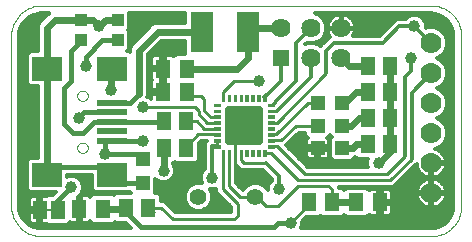
<source format=gtl>
G75*
G70*
%OFA0B0*%
%FSLAX24Y24*%
%IPPOS*%
%LPD*%
%AMOC8*
5,1,8,0,0,1.08239X$1,22.5*
%
%ADD10C,0.0000*%
%ADD11R,0.0472X0.0472*%
%ADD12C,0.0560*%
%ADD13R,0.0512X0.0630*%
%ADD14C,0.0700*%
%ADD15R,0.0560X0.0560*%
%ADD16C,0.0640*%
%ADD17R,0.0984X0.0197*%
%ADD18R,0.0984X0.0787*%
%ADD19R,0.0748X0.1339*%
%ADD20R,0.0394X0.0433*%
%ADD21C,0.0035*%
%ADD22C,0.0252*%
%ADD23R,0.0500X0.0500*%
%ADD24R,0.0460X0.0630*%
%ADD25C,0.0397*%
%ADD26C,0.0240*%
%ADD27C,0.0100*%
%ADD28C,0.0120*%
%ADD29C,0.0080*%
%ADD30C,0.0160*%
D10*
X001665Y000226D02*
X014665Y000226D01*
X014725Y000228D01*
X014786Y000233D01*
X014845Y000242D01*
X014904Y000255D01*
X014963Y000271D01*
X015020Y000291D01*
X015075Y000314D01*
X015130Y000341D01*
X015182Y000370D01*
X015233Y000403D01*
X015282Y000439D01*
X015328Y000477D01*
X015372Y000519D01*
X015414Y000563D01*
X015452Y000609D01*
X015488Y000658D01*
X015521Y000709D01*
X015550Y000761D01*
X015577Y000816D01*
X015600Y000871D01*
X015620Y000928D01*
X015636Y000987D01*
X015649Y001046D01*
X015658Y001105D01*
X015663Y001166D01*
X015665Y001226D01*
X015665Y006913D01*
X015663Y006973D01*
X015658Y007034D01*
X015649Y007093D01*
X015636Y007152D01*
X015620Y007211D01*
X015600Y007268D01*
X015577Y007323D01*
X015550Y007378D01*
X015521Y007430D01*
X015488Y007481D01*
X015452Y007530D01*
X015414Y007576D01*
X015372Y007620D01*
X015328Y007662D01*
X015282Y007700D01*
X015233Y007736D01*
X015182Y007769D01*
X015130Y007798D01*
X015075Y007825D01*
X015020Y007848D01*
X014963Y007868D01*
X014904Y007884D01*
X014845Y007897D01*
X014786Y007906D01*
X014725Y007911D01*
X014665Y007913D01*
X001665Y007913D01*
X001605Y007911D01*
X001544Y007906D01*
X001485Y007897D01*
X001426Y007884D01*
X001367Y007868D01*
X001310Y007848D01*
X001255Y007825D01*
X001200Y007798D01*
X001148Y007769D01*
X001097Y007736D01*
X001048Y007700D01*
X001002Y007662D01*
X000958Y007620D01*
X000916Y007576D01*
X000878Y007530D01*
X000842Y007481D01*
X000809Y007430D01*
X000780Y007378D01*
X000753Y007323D01*
X000730Y007268D01*
X000710Y007211D01*
X000694Y007152D01*
X000681Y007093D01*
X000672Y007034D01*
X000667Y006973D01*
X000665Y006913D01*
X000665Y001226D01*
X000667Y001166D01*
X000672Y001105D01*
X000681Y001046D01*
X000694Y000987D01*
X000710Y000928D01*
X000730Y000871D01*
X000753Y000816D01*
X000780Y000761D01*
X000809Y000709D01*
X000842Y000658D01*
X000878Y000609D01*
X000916Y000563D01*
X000958Y000519D01*
X001002Y000477D01*
X001048Y000439D01*
X001097Y000403D01*
X001148Y000370D01*
X001200Y000341D01*
X001255Y000314D01*
X001310Y000291D01*
X001367Y000271D01*
X001426Y000255D01*
X001485Y000242D01*
X001544Y000233D01*
X001605Y000228D01*
X001665Y000226D01*
X002863Y003172D02*
X002865Y003198D01*
X002871Y003224D01*
X002881Y003249D01*
X002894Y003272D01*
X002910Y003292D01*
X002930Y003310D01*
X002952Y003325D01*
X002975Y003337D01*
X003001Y003345D01*
X003027Y003349D01*
X003053Y003349D01*
X003079Y003345D01*
X003105Y003337D01*
X003129Y003325D01*
X003150Y003310D01*
X003170Y003292D01*
X003186Y003272D01*
X003199Y003249D01*
X003209Y003224D01*
X003215Y003198D01*
X003217Y003172D01*
X003215Y003146D01*
X003209Y003120D01*
X003199Y003095D01*
X003186Y003072D01*
X003170Y003052D01*
X003150Y003034D01*
X003128Y003019D01*
X003105Y003007D01*
X003079Y002999D01*
X003053Y002995D01*
X003027Y002995D01*
X003001Y002999D01*
X002975Y003007D01*
X002951Y003019D01*
X002930Y003034D01*
X002910Y003052D01*
X002894Y003072D01*
X002881Y003095D01*
X002871Y003120D01*
X002865Y003146D01*
X002863Y003172D01*
X002863Y004904D02*
X002865Y004930D01*
X002871Y004956D01*
X002881Y004981D01*
X002894Y005004D01*
X002910Y005024D01*
X002930Y005042D01*
X002952Y005057D01*
X002975Y005069D01*
X003001Y005077D01*
X003027Y005081D01*
X003053Y005081D01*
X003079Y005077D01*
X003105Y005069D01*
X003129Y005057D01*
X003150Y005042D01*
X003170Y005024D01*
X003186Y005004D01*
X003199Y004981D01*
X003209Y004956D01*
X003215Y004930D01*
X003217Y004904D01*
X003215Y004878D01*
X003209Y004852D01*
X003199Y004827D01*
X003186Y004804D01*
X003170Y004784D01*
X003150Y004766D01*
X003128Y004751D01*
X003105Y004739D01*
X003079Y004731D01*
X003053Y004727D01*
X003027Y004727D01*
X003001Y004731D01*
X002975Y004739D01*
X002951Y004751D01*
X002930Y004766D01*
X002910Y004784D01*
X002894Y004804D01*
X002881Y004827D01*
X002871Y004852D01*
X002865Y004878D01*
X002863Y004904D01*
D11*
X010877Y004663D03*
X011704Y004663D03*
X011704Y003913D03*
X010877Y003913D03*
X010877Y003163D03*
X011704Y003163D03*
D12*
X008803Y001538D03*
X006903Y001538D03*
D13*
X005227Y001163D03*
X004479Y001163D03*
X003721Y001138D03*
X002934Y001138D03*
X005741Y003163D03*
X006489Y003163D03*
X006489Y004063D03*
X005741Y004063D03*
X005721Y005038D03*
X006509Y005038D03*
X006509Y005813D03*
X005721Y005813D03*
X012541Y005913D03*
X013289Y005913D03*
X013289Y005038D03*
X012541Y005038D03*
X012541Y004163D03*
X013289Y004163D03*
X013289Y003288D03*
X012541Y003288D03*
X012171Y001351D03*
X012959Y001351D03*
X011352Y001351D03*
X010604Y001351D03*
D14*
X014665Y001663D03*
X014665Y002663D03*
X014665Y003663D03*
X014665Y004663D03*
X014665Y005663D03*
X014665Y006663D03*
D15*
X009665Y006163D03*
D16*
X010665Y006163D03*
X011665Y006163D03*
X011665Y007163D03*
X010665Y007163D03*
X009665Y007163D03*
D17*
X004024Y004668D03*
X004024Y004353D03*
X004024Y004038D03*
X004024Y003723D03*
X004024Y003408D03*
D18*
X004024Y002267D03*
X001859Y002267D03*
X001859Y005810D03*
X004024Y005810D03*
D19*
X007022Y007038D03*
X008558Y007038D03*
D20*
X004228Y006766D03*
X002978Y006766D03*
X002978Y007435D03*
X004228Y007435D03*
D21*
X007684Y004920D02*
X007684Y004718D01*
X007684Y004920D02*
X007768Y004920D01*
X007768Y004718D01*
X007684Y004718D01*
X007684Y004752D02*
X007768Y004752D01*
X007768Y004786D02*
X007684Y004786D01*
X007684Y004820D02*
X007768Y004820D01*
X007768Y004854D02*
X007684Y004854D01*
X007684Y004888D02*
X007768Y004888D01*
X007881Y004920D02*
X007881Y004718D01*
X007881Y004920D02*
X007965Y004920D01*
X007965Y004718D01*
X007881Y004718D01*
X007881Y004752D02*
X007965Y004752D01*
X007965Y004786D02*
X007881Y004786D01*
X007881Y004820D02*
X007965Y004820D01*
X007965Y004854D02*
X007881Y004854D01*
X007881Y004888D02*
X007965Y004888D01*
X008078Y004920D02*
X008078Y004718D01*
X008078Y004920D02*
X008162Y004920D01*
X008162Y004718D01*
X008078Y004718D01*
X008078Y004752D02*
X008162Y004752D01*
X008162Y004786D02*
X008078Y004786D01*
X008078Y004820D02*
X008162Y004820D01*
X008162Y004854D02*
X008078Y004854D01*
X008078Y004888D02*
X008162Y004888D01*
X008275Y004920D02*
X008275Y004718D01*
X008275Y004920D02*
X008359Y004920D01*
X008359Y004718D01*
X008275Y004718D01*
X008275Y004752D02*
X008359Y004752D01*
X008359Y004786D02*
X008275Y004786D01*
X008275Y004820D02*
X008359Y004820D01*
X008359Y004854D02*
X008275Y004854D01*
X008275Y004888D02*
X008359Y004888D01*
X008472Y004920D02*
X008472Y004718D01*
X008472Y004920D02*
X008556Y004920D01*
X008556Y004718D01*
X008472Y004718D01*
X008472Y004752D02*
X008556Y004752D01*
X008556Y004786D02*
X008472Y004786D01*
X008472Y004820D02*
X008556Y004820D01*
X008556Y004854D02*
X008472Y004854D01*
X008472Y004888D02*
X008556Y004888D01*
X008668Y004920D02*
X008668Y004718D01*
X008668Y004920D02*
X008752Y004920D01*
X008752Y004718D01*
X008668Y004718D01*
X008668Y004752D02*
X008752Y004752D01*
X008752Y004786D02*
X008668Y004786D01*
X008668Y004820D02*
X008752Y004820D01*
X008752Y004854D02*
X008668Y004854D01*
X008668Y004888D02*
X008752Y004888D01*
X008865Y004920D02*
X008865Y004718D01*
X008865Y004920D02*
X008949Y004920D01*
X008949Y004718D01*
X008865Y004718D01*
X008865Y004752D02*
X008949Y004752D01*
X008949Y004786D02*
X008865Y004786D01*
X008865Y004820D02*
X008949Y004820D01*
X008949Y004854D02*
X008865Y004854D01*
X008865Y004888D02*
X008949Y004888D01*
X009062Y004920D02*
X009062Y004718D01*
X009062Y004920D02*
X009146Y004920D01*
X009146Y004718D01*
X009062Y004718D01*
X009062Y004752D02*
X009146Y004752D01*
X009146Y004786D02*
X009062Y004786D01*
X009062Y004820D02*
X009146Y004820D01*
X009146Y004854D02*
X009062Y004854D01*
X009062Y004888D02*
X009146Y004888D01*
X009220Y004644D02*
X009422Y004644D01*
X009422Y004560D01*
X009220Y004560D01*
X009220Y004644D01*
X009220Y004594D02*
X009422Y004594D01*
X009422Y004628D02*
X009220Y004628D01*
X009220Y004447D02*
X009422Y004447D01*
X009422Y004363D01*
X009220Y004363D01*
X009220Y004447D01*
X009220Y004397D02*
X009422Y004397D01*
X009422Y004431D02*
X009220Y004431D01*
X009220Y004251D02*
X009422Y004251D01*
X009422Y004167D01*
X009220Y004167D01*
X009220Y004251D01*
X009220Y004201D02*
X009422Y004201D01*
X009422Y004235D02*
X009220Y004235D01*
X009220Y004054D02*
X009422Y004054D01*
X009422Y003970D01*
X009220Y003970D01*
X009220Y004054D01*
X009220Y004004D02*
X009422Y004004D01*
X009422Y004038D02*
X009220Y004038D01*
X009220Y003857D02*
X009422Y003857D01*
X009422Y003773D01*
X009220Y003773D01*
X009220Y003857D01*
X009220Y003807D02*
X009422Y003807D01*
X009422Y003841D02*
X009220Y003841D01*
X009220Y003660D02*
X009422Y003660D01*
X009422Y003576D01*
X009220Y003576D01*
X009220Y003660D01*
X009220Y003610D02*
X009422Y003610D01*
X009422Y003644D02*
X009220Y003644D01*
X009220Y003463D02*
X009422Y003463D01*
X009422Y003379D01*
X009220Y003379D01*
X009220Y003463D01*
X009220Y003413D02*
X009422Y003413D01*
X009422Y003447D02*
X009220Y003447D01*
X009220Y003266D02*
X009422Y003266D01*
X009422Y003182D01*
X009220Y003182D01*
X009220Y003266D01*
X009220Y003216D02*
X009422Y003216D01*
X009422Y003250D02*
X009220Y003250D01*
X009146Y003109D02*
X009146Y002907D01*
X009062Y002907D01*
X009062Y003109D01*
X009146Y003109D01*
X009146Y002941D02*
X009062Y002941D01*
X009062Y002975D02*
X009146Y002975D01*
X009146Y003009D02*
X009062Y003009D01*
X009062Y003043D02*
X009146Y003043D01*
X009146Y003077D02*
X009062Y003077D01*
X008949Y003109D02*
X008949Y002907D01*
X008865Y002907D01*
X008865Y003109D01*
X008949Y003109D01*
X008949Y002941D02*
X008865Y002941D01*
X008865Y002975D02*
X008949Y002975D01*
X008949Y003009D02*
X008865Y003009D01*
X008865Y003043D02*
X008949Y003043D01*
X008949Y003077D02*
X008865Y003077D01*
X008752Y003109D02*
X008752Y002907D01*
X008668Y002907D01*
X008668Y003109D01*
X008752Y003109D01*
X008752Y002941D02*
X008668Y002941D01*
X008668Y002975D02*
X008752Y002975D01*
X008752Y003009D02*
X008668Y003009D01*
X008668Y003043D02*
X008752Y003043D01*
X008752Y003077D02*
X008668Y003077D01*
X008556Y003109D02*
X008556Y002907D01*
X008472Y002907D01*
X008472Y003109D01*
X008556Y003109D01*
X008556Y002941D02*
X008472Y002941D01*
X008472Y002975D02*
X008556Y002975D01*
X008556Y003009D02*
X008472Y003009D01*
X008472Y003043D02*
X008556Y003043D01*
X008556Y003077D02*
X008472Y003077D01*
X008359Y003109D02*
X008359Y002907D01*
X008275Y002907D01*
X008275Y003109D01*
X008359Y003109D01*
X008359Y002941D02*
X008275Y002941D01*
X008275Y002975D02*
X008359Y002975D01*
X008359Y003009D02*
X008275Y003009D01*
X008275Y003043D02*
X008359Y003043D01*
X008359Y003077D02*
X008275Y003077D01*
X008162Y003109D02*
X008162Y002907D01*
X008078Y002907D01*
X008078Y003109D01*
X008162Y003109D01*
X008162Y002941D02*
X008078Y002941D01*
X008078Y002975D02*
X008162Y002975D01*
X008162Y003009D02*
X008078Y003009D01*
X008078Y003043D02*
X008162Y003043D01*
X008162Y003077D02*
X008078Y003077D01*
X007965Y003109D02*
X007965Y002907D01*
X007881Y002907D01*
X007881Y003109D01*
X007965Y003109D01*
X007965Y002941D02*
X007881Y002941D01*
X007881Y002975D02*
X007965Y002975D01*
X007965Y003009D02*
X007881Y003009D01*
X007881Y003043D02*
X007965Y003043D01*
X007965Y003077D02*
X007881Y003077D01*
X007768Y003109D02*
X007768Y002907D01*
X007684Y002907D01*
X007684Y003109D01*
X007768Y003109D01*
X007768Y002941D02*
X007684Y002941D01*
X007684Y002975D02*
X007768Y002975D01*
X007768Y003009D02*
X007684Y003009D01*
X007684Y003043D02*
X007768Y003043D01*
X007768Y003077D02*
X007684Y003077D01*
X007611Y003182D02*
X007409Y003182D01*
X007409Y003266D01*
X007611Y003266D01*
X007611Y003182D01*
X007611Y003216D02*
X007409Y003216D01*
X007409Y003250D02*
X007611Y003250D01*
X007611Y003379D02*
X007409Y003379D01*
X007409Y003463D01*
X007611Y003463D01*
X007611Y003379D01*
X007611Y003413D02*
X007409Y003413D01*
X007409Y003447D02*
X007611Y003447D01*
X007611Y003576D02*
X007409Y003576D01*
X007409Y003660D01*
X007611Y003660D01*
X007611Y003576D01*
X007611Y003610D02*
X007409Y003610D01*
X007409Y003644D02*
X007611Y003644D01*
X007611Y003773D02*
X007409Y003773D01*
X007409Y003857D01*
X007611Y003857D01*
X007611Y003773D01*
X007611Y003807D02*
X007409Y003807D01*
X007409Y003841D02*
X007611Y003841D01*
X007611Y003970D02*
X007409Y003970D01*
X007409Y004054D01*
X007611Y004054D01*
X007611Y003970D01*
X007611Y004004D02*
X007409Y004004D01*
X007409Y004038D02*
X007611Y004038D01*
X007611Y004167D02*
X007409Y004167D01*
X007409Y004251D01*
X007611Y004251D01*
X007611Y004167D01*
X007611Y004201D02*
X007409Y004201D01*
X007409Y004235D02*
X007611Y004235D01*
X007611Y004363D02*
X007409Y004363D01*
X007409Y004447D01*
X007611Y004447D01*
X007611Y004363D01*
X007611Y004397D02*
X007409Y004397D01*
X007409Y004431D02*
X007611Y004431D01*
X007611Y004560D02*
X007409Y004560D01*
X007409Y004644D01*
X007611Y004644D01*
X007611Y004560D01*
X007611Y004594D02*
X007409Y004594D01*
X007409Y004628D02*
X007611Y004628D01*
D22*
X008919Y004417D02*
X008919Y003409D01*
X007911Y003409D01*
X007911Y004417D01*
X008919Y004417D01*
X008919Y003660D02*
X007911Y003660D01*
X007911Y003911D02*
X008919Y003911D01*
X008919Y004162D02*
X007911Y004162D01*
X007911Y004413D02*
X008919Y004413D01*
D23*
X005040Y002813D03*
X005040Y002013D03*
D24*
X002215Y001101D03*
X001615Y001101D03*
D25*
X002665Y001851D03*
X005740Y002413D03*
X007353Y002163D03*
X008353Y001976D03*
X009590Y001788D03*
X007853Y001163D03*
X006228Y001288D03*
X009978Y000663D03*
X012915Y002663D03*
X010353Y002913D03*
X005040Y003413D03*
X003790Y002976D03*
X001290Y003101D03*
X002915Y004163D03*
X005040Y004538D03*
X003978Y005101D03*
X003140Y005913D03*
X005728Y006538D03*
X004853Y007163D03*
X003603Y007226D03*
X008915Y005413D03*
X013990Y006163D03*
X014103Y007226D03*
D26*
X011915Y005913D02*
X011665Y006163D01*
X011915Y005913D02*
X012541Y005913D01*
X013289Y005913D02*
X013289Y005038D01*
X013289Y004163D01*
X013289Y003288D01*
X013289Y003037D01*
X012915Y002663D01*
X012165Y003288D02*
X012040Y003163D01*
X011704Y003163D01*
X012165Y003288D02*
X012541Y003288D01*
X011990Y003913D02*
X012240Y004163D01*
X012541Y004163D01*
X011990Y003913D02*
X011704Y003913D01*
X011704Y004663D02*
X011790Y004663D01*
X012165Y005038D01*
X012541Y005038D01*
X008540Y006163D02*
X008540Y007021D01*
X008558Y007038D01*
X008683Y007163D01*
X009665Y007163D01*
X008540Y006163D02*
X008190Y005813D01*
X006509Y005813D01*
X005540Y007038D02*
X004915Y006413D01*
X004915Y004976D01*
X003978Y005101D02*
X003978Y005763D01*
X004024Y005810D01*
X001859Y005810D02*
X001853Y005816D01*
X001853Y007163D01*
X002125Y007435D01*
X002978Y007435D01*
X003393Y007435D01*
X003603Y007226D01*
X003812Y007435D01*
X004228Y007435D01*
X005540Y007038D02*
X007022Y007038D01*
X001859Y005810D02*
X001859Y002476D01*
X001859Y002267D01*
X003721Y001138D02*
X004454Y001138D01*
X004479Y001163D01*
X005740Y002413D02*
X005741Y002414D01*
X005741Y003163D01*
X011352Y001351D02*
X011352Y001351D01*
X012171Y001351D01*
D27*
X011353Y001352D02*
X011352Y001351D01*
X011353Y001352D02*
X011353Y001788D01*
X011228Y001913D01*
X010228Y001913D01*
X009540Y001226D01*
X009165Y001226D01*
X008853Y001538D01*
X008803Y001538D01*
X008290Y001538D01*
X007923Y001905D01*
X007923Y003008D01*
X007726Y003008D02*
X007726Y001974D01*
X007728Y001788D01*
X008228Y001288D01*
X008228Y000913D01*
X008103Y000788D01*
X006040Y000788D01*
X005665Y001163D01*
X005227Y001163D01*
X005290Y001163D01*
X005415Y001038D01*
X004479Y001163D02*
X004479Y001227D01*
X008120Y002555D02*
X008307Y002271D01*
X008120Y002555D02*
X008120Y003008D01*
X008120Y003459D01*
X008103Y003476D01*
X008103Y003351D02*
X008120Y003334D01*
X008317Y003008D02*
X008317Y002762D01*
X008415Y002663D01*
X009165Y002663D01*
X009104Y003008D02*
X009321Y003008D01*
X010228Y002101D01*
X013303Y002101D01*
X014015Y002813D01*
X013803Y002913D02*
X013178Y002288D01*
X010465Y002288D01*
X009529Y003224D01*
X009321Y003224D01*
X009321Y003421D02*
X009673Y003421D01*
X010165Y003913D01*
X010877Y003913D01*
X010540Y004663D02*
X009495Y003618D01*
X009321Y003618D01*
X009321Y004012D02*
X009514Y004012D01*
X011165Y005663D01*
X008915Y005413D02*
X008100Y005413D01*
X007726Y005040D01*
X007726Y004819D01*
X007103Y004788D02*
X007103Y004413D01*
X007307Y004209D01*
X007510Y004209D01*
X007192Y004012D02*
X006915Y004288D01*
X006915Y004413D01*
X006790Y004538D01*
X005040Y004538D01*
X006489Y004063D02*
X006840Y004063D01*
X007089Y003815D01*
X007510Y003815D01*
X007510Y004012D02*
X007192Y004012D01*
X006895Y003618D02*
X007510Y003618D01*
X006895Y003618D02*
X006490Y003213D01*
X007510Y003224D02*
X007510Y003421D01*
X009321Y004405D02*
X009532Y004405D01*
X009354Y004602D02*
X009321Y004602D01*
X009354Y004602D02*
X009478Y004726D01*
X009104Y004819D02*
X009104Y004852D01*
X010540Y004663D02*
X010877Y004663D01*
X007103Y004788D02*
X006984Y004907D01*
X006615Y004907D01*
X010604Y001351D02*
X010604Y001289D01*
X009978Y000663D01*
D28*
X001549Y000495D02*
X001329Y000566D01*
X001142Y000703D01*
X001006Y000890D01*
X000934Y001110D01*
X000925Y001226D01*
X000925Y006913D01*
X000934Y007029D01*
X001006Y007249D01*
X001142Y007436D01*
X001329Y007573D01*
X001549Y007644D01*
X001665Y007653D01*
X001709Y007653D01*
X001717Y007653D01*
X001919Y007653D01*
X001683Y007418D01*
X001598Y007333D01*
X001553Y007223D01*
X001553Y006384D01*
X001292Y006384D01*
X001187Y006278D01*
X001187Y005342D01*
X001292Y005236D01*
X001559Y005236D01*
X001559Y002840D01*
X001292Y002840D01*
X001187Y002735D01*
X001187Y001798D01*
X001292Y001693D01*
X002140Y001693D01*
X002042Y001596D01*
X001911Y001596D01*
X001869Y001554D01*
X001864Y001556D01*
X001670Y001556D01*
X001670Y001321D01*
X001637Y001321D01*
X001560Y001244D01*
X001560Y001556D01*
X001367Y001556D01*
X001331Y001546D01*
X001299Y001528D01*
X001273Y001502D01*
X001255Y001470D01*
X001245Y001434D01*
X001245Y001156D01*
X001508Y001156D01*
X001508Y001046D01*
X001245Y001046D01*
X001245Y000767D01*
X001255Y000732D01*
X001273Y000700D01*
X001299Y000674D01*
X001331Y000655D01*
X001367Y000646D01*
X001560Y000646D01*
X001560Y000957D01*
X001637Y000881D01*
X001670Y000881D01*
X001670Y000646D01*
X001864Y000646D01*
X001869Y000647D01*
X001911Y000606D01*
X002520Y000606D01*
X002613Y000699D01*
X002624Y000693D01*
X002660Y000683D01*
X002874Y000683D01*
X002874Y001078D01*
X002994Y001078D01*
X002994Y000683D01*
X003208Y000683D01*
X003244Y000693D01*
X003276Y000711D01*
X003299Y000735D01*
X003391Y000643D01*
X004052Y000643D01*
X004113Y000704D01*
X004148Y000668D01*
X004480Y000668D01*
X004663Y000486D01*
X001717Y000486D01*
X001707Y000486D01*
X001665Y000486D01*
X001549Y000495D01*
X001436Y000532D02*
X004616Y000532D01*
X004498Y000650D02*
X004059Y000650D01*
X003384Y000650D02*
X002564Y000650D01*
X002874Y000769D02*
X002994Y000769D01*
X002994Y000887D02*
X002874Y000887D01*
X002874Y001006D02*
X002994Y001006D01*
X002994Y001198D02*
X002874Y001198D01*
X002874Y001528D01*
X002880Y001530D01*
X002986Y001636D01*
X003044Y001775D01*
X003044Y001926D01*
X002986Y002065D01*
X002880Y002171D01*
X002740Y002229D01*
X002590Y002229D01*
X002531Y002205D01*
X002531Y002278D01*
X003352Y002278D01*
X003352Y001798D01*
X003458Y001693D01*
X004591Y001693D01*
X004610Y001712D01*
X004610Y001689D01*
X004641Y001658D01*
X004148Y001658D01*
X004088Y001597D01*
X004052Y001633D01*
X003391Y001633D01*
X003299Y001542D01*
X003276Y001565D01*
X003244Y001584D01*
X003208Y001593D01*
X002994Y001593D01*
X002994Y001198D01*
X002994Y001243D02*
X002874Y001243D01*
X002874Y001362D02*
X002994Y001362D01*
X002994Y001480D02*
X002874Y001480D01*
X002948Y001599D02*
X003356Y001599D01*
X003433Y001717D02*
X003019Y001717D01*
X003044Y001836D02*
X003352Y001836D01*
X003352Y001954D02*
X003032Y001954D01*
X002978Y002073D02*
X003352Y002073D01*
X003352Y002191D02*
X002832Y002191D01*
X001268Y001717D02*
X000925Y001717D01*
X000925Y001599D02*
X002045Y001599D01*
X001670Y001480D02*
X001560Y001480D01*
X001560Y001362D02*
X001670Y001362D01*
X001245Y001362D02*
X000925Y001362D01*
X000925Y001480D02*
X001261Y001480D01*
X001245Y001243D02*
X000925Y001243D01*
X000933Y001124D02*
X001508Y001124D01*
X001245Y001006D02*
X000968Y001006D01*
X001008Y000887D02*
X001245Y000887D01*
X001245Y000769D02*
X001094Y000769D01*
X001214Y000650D02*
X001350Y000650D01*
X001560Y000650D02*
X001670Y000650D01*
X001670Y000769D02*
X001560Y000769D01*
X001560Y000887D02*
X001630Y000887D01*
X004086Y001599D02*
X004089Y001599D01*
X005440Y001658D02*
X005470Y001689D01*
X005470Y002148D01*
X005526Y002092D01*
X005665Y002035D01*
X005815Y002035D01*
X005955Y002092D01*
X006061Y002199D01*
X006119Y002338D01*
X006119Y002489D01*
X006061Y002628D01*
X006041Y002647D01*
X006041Y002668D01*
X006072Y002668D01*
X006115Y002712D01*
X006159Y002668D01*
X006820Y002668D01*
X006925Y002774D01*
X006925Y003323D01*
X006990Y003388D01*
X007175Y003388D01*
X007151Y003364D01*
X007150Y003363D01*
X007149Y003362D01*
X007132Y003319D01*
X007113Y003276D01*
X007113Y003275D01*
X007113Y003273D01*
X007113Y003227D01*
X007112Y003181D01*
X007113Y003180D01*
X007113Y002458D01*
X007032Y002378D01*
X006974Y002239D01*
X006974Y002088D01*
X007015Y001990D01*
X006994Y001998D01*
X006811Y001998D01*
X006642Y001928D01*
X006513Y001799D01*
X006443Y001630D01*
X006443Y001447D01*
X006513Y001278D01*
X006642Y001148D01*
X006811Y001078D01*
X006994Y001078D01*
X007163Y001148D01*
X007293Y001278D01*
X007363Y001447D01*
X007363Y001630D01*
X007298Y001785D01*
X007428Y001785D01*
X007498Y001814D01*
X007498Y001789D01*
X007498Y001693D01*
X007499Y001692D01*
X007499Y001691D01*
X007563Y001627D01*
X007998Y001193D01*
X007998Y001018D01*
X006135Y001018D01*
X005760Y001393D01*
X005663Y001393D01*
X005663Y001553D01*
X005557Y001658D01*
X005440Y001658D01*
X005470Y001717D02*
X006479Y001717D01*
X006443Y001599D02*
X005617Y001599D01*
X005663Y001480D02*
X006443Y001480D01*
X006478Y001362D02*
X005792Y001362D01*
X005911Y001243D02*
X006547Y001243D01*
X006699Y001124D02*
X006029Y001124D01*
X007106Y001124D02*
X007998Y001124D01*
X007948Y001243D02*
X007258Y001243D01*
X007327Y001362D02*
X007829Y001362D01*
X007711Y001480D02*
X007363Y001480D01*
X007363Y001599D02*
X007592Y001599D01*
X007498Y001717D02*
X007326Y001717D01*
X006705Y001954D02*
X005470Y001954D01*
X005470Y001836D02*
X006550Y001836D01*
X006981Y002073D02*
X005907Y002073D01*
X006054Y002191D02*
X006974Y002191D01*
X007004Y002310D02*
X006107Y002310D01*
X006119Y002428D02*
X007083Y002428D01*
X007113Y002547D02*
X006094Y002547D01*
X006041Y002666D02*
X007113Y002666D01*
X007113Y002784D02*
X006925Y002784D01*
X006925Y002903D02*
X007113Y002903D01*
X007113Y003021D02*
X006925Y003021D01*
X006925Y003140D02*
X007113Y003140D01*
X007113Y003258D02*
X006925Y003258D01*
X006979Y003377D02*
X007164Y003377D01*
X007353Y003226D02*
X007476Y003224D01*
X007353Y003226D02*
X007353Y002163D01*
X008153Y002191D02*
X009298Y002191D01*
X009350Y002139D02*
X009350Y002083D01*
X009269Y002003D01*
X009212Y001864D01*
X009212Y001753D01*
X009193Y001799D01*
X009063Y001928D01*
X008894Y001998D01*
X008711Y001998D01*
X008542Y001928D01*
X008413Y001799D01*
X008400Y001768D01*
X008385Y001768D01*
X008153Y002001D01*
X008153Y002600D01*
X008185Y002568D01*
X008320Y002433D01*
X009056Y002433D01*
X009350Y002139D01*
X009340Y002073D02*
X008153Y002073D01*
X008199Y001954D02*
X008605Y001954D01*
X008450Y001836D02*
X008318Y001836D01*
X008353Y001976D02*
X008307Y002271D01*
X008153Y002310D02*
X009179Y002310D01*
X009061Y002428D02*
X008153Y002428D01*
X008153Y002547D02*
X008206Y002547D01*
X009165Y002663D02*
X009590Y002238D01*
X009590Y001788D01*
X009249Y001954D02*
X009000Y001954D01*
X009156Y001836D02*
X009212Y001836D01*
X010560Y002518D02*
X009828Y003251D01*
X009903Y003326D01*
X010260Y003683D01*
X010461Y003683D01*
X010461Y003602D01*
X010553Y003510D01*
X010529Y003485D01*
X010510Y003453D01*
X010501Y003418D01*
X010501Y003221D01*
X010818Y003221D01*
X010818Y003105D01*
X010501Y003105D01*
X010501Y002909D01*
X010510Y002873D01*
X010529Y002841D01*
X010555Y002815D01*
X010587Y002797D01*
X010622Y002787D01*
X010819Y002787D01*
X010819Y003105D01*
X010935Y003105D01*
X010935Y003221D01*
X011253Y003221D01*
X011253Y003418D01*
X011243Y003453D01*
X011225Y003485D01*
X011200Y003510D01*
X011290Y003600D01*
X011352Y003538D01*
X011287Y003474D01*
X011287Y002852D01*
X011393Y002747D01*
X012014Y002747D01*
X012120Y002852D01*
X012120Y002871D01*
X012129Y002875D01*
X012211Y002793D01*
X012559Y002793D01*
X012537Y002739D01*
X012537Y002588D01*
X012566Y002518D01*
X010560Y002518D01*
X010532Y002547D02*
X012554Y002547D01*
X012537Y002666D02*
X010413Y002666D01*
X010295Y002784D02*
X011356Y002784D01*
X011287Y002903D02*
X011251Y002903D01*
X011253Y002909D02*
X011253Y003105D01*
X010935Y003105D01*
X010935Y002787D01*
X011131Y002787D01*
X011167Y002797D01*
X011199Y002815D01*
X011225Y002841D01*
X011243Y002873D01*
X011253Y002909D01*
X011253Y003021D02*
X011287Y003021D01*
X011287Y003140D02*
X010935Y003140D01*
X010818Y003140D02*
X009939Y003140D01*
X009835Y003258D02*
X010501Y003258D01*
X010501Y003377D02*
X009954Y003377D01*
X010073Y003495D02*
X010539Y003495D01*
X010461Y003614D02*
X010191Y003614D01*
X011215Y003495D02*
X011309Y003495D01*
X011287Y003377D02*
X011253Y003377D01*
X011253Y003258D02*
X011287Y003258D01*
X010935Y003021D02*
X010819Y003021D01*
X010819Y002903D02*
X010935Y002903D01*
X010502Y002903D02*
X010176Y002903D01*
X010057Y003021D02*
X010501Y003021D01*
X012051Y002784D02*
X012556Y002784D01*
X013803Y002913D02*
X013790Y005351D01*
X013790Y005526D01*
X013990Y005726D01*
X013990Y006163D01*
X014843Y006163D02*
X014965Y006113D01*
X015114Y005963D01*
X015195Y005769D01*
X015195Y005558D01*
X015114Y005363D01*
X014965Y005214D01*
X014843Y005163D01*
X014965Y005113D01*
X015114Y004963D01*
X015195Y004769D01*
X015195Y004558D01*
X015114Y004363D01*
X014965Y004214D01*
X014843Y004163D01*
X014965Y004113D01*
X015114Y003963D01*
X015195Y003769D01*
X015195Y003558D01*
X015114Y003363D01*
X014965Y003214D01*
X014785Y003139D01*
X014853Y003117D01*
X014922Y003082D01*
X014984Y003037D01*
X015039Y002982D01*
X015084Y002920D01*
X015119Y002851D01*
X015143Y002778D01*
X015155Y002702D01*
X015155Y002692D01*
X014694Y002692D01*
X014694Y002635D01*
X015155Y002635D01*
X015155Y002625D01*
X015143Y002548D01*
X015119Y002475D01*
X015084Y002406D01*
X015039Y002344D01*
X014984Y002289D01*
X014922Y002244D01*
X014853Y002209D01*
X014780Y002185D01*
X014704Y002173D01*
X014694Y002173D01*
X014694Y002634D01*
X014637Y002634D01*
X014637Y002173D01*
X014627Y002173D01*
X014550Y002185D01*
X014477Y002209D01*
X014408Y002244D01*
X014346Y002289D01*
X014291Y002344D01*
X014246Y002406D01*
X014211Y002475D01*
X014187Y002548D01*
X014175Y002625D01*
X014175Y002634D01*
X014151Y002610D01*
X014127Y002600D01*
X013398Y001871D01*
X011583Y001871D01*
X011583Y001846D01*
X011682Y001846D01*
X011762Y001766D01*
X011841Y001846D01*
X012502Y001846D01*
X012593Y001754D01*
X012617Y001778D01*
X012649Y001796D01*
X012685Y001806D01*
X012899Y001806D01*
X012899Y001411D01*
X013019Y001411D01*
X013019Y001806D01*
X013233Y001806D01*
X013269Y001796D01*
X013301Y001778D01*
X013327Y001752D01*
X013345Y001720D01*
X013355Y001684D01*
X013355Y001411D01*
X013019Y001411D01*
X013019Y001291D01*
X013355Y001291D01*
X013355Y001017D01*
X013345Y000982D01*
X013327Y000950D01*
X013301Y000924D01*
X013269Y000905D01*
X013233Y000896D01*
X013019Y000896D01*
X013019Y001291D01*
X012899Y001291D01*
X012899Y000896D01*
X012685Y000896D01*
X012649Y000905D01*
X012617Y000924D01*
X012593Y000947D01*
X012502Y000856D01*
X011841Y000856D01*
X011762Y000935D01*
X011682Y000856D01*
X011021Y000856D01*
X010978Y000899D01*
X010934Y000856D01*
X010496Y000856D01*
X010356Y000716D01*
X010356Y000588D01*
X010314Y000486D01*
X014665Y000486D01*
X014781Y000495D01*
X015001Y000566D01*
X015188Y000702D01*
X015325Y000890D01*
X015396Y001110D01*
X015405Y001226D01*
X015405Y006861D01*
X015405Y006874D01*
X015405Y006913D01*
X015396Y007029D01*
X015325Y007249D01*
X015188Y007436D01*
X015001Y007573D01*
X014781Y007644D01*
X014665Y007653D01*
X010789Y007653D01*
X010948Y007587D01*
X011089Y007446D01*
X011165Y007263D01*
X011165Y007064D01*
X011089Y006880D01*
X010948Y006739D01*
X010765Y006663D01*
X010566Y006663D01*
X010461Y006620D01*
X010522Y006681D01*
X010566Y006663D01*
X010765Y006663D01*
X010948Y006587D01*
X010974Y006561D01*
X011029Y006617D01*
X011212Y006799D01*
X011279Y006867D01*
X011304Y006877D01*
X011272Y006922D01*
X011239Y006987D01*
X011217Y007055D01*
X011205Y007127D01*
X011205Y007144D01*
X011646Y007144D01*
X011646Y007182D01*
X011205Y007182D01*
X011205Y007199D01*
X011217Y007271D01*
X011239Y007340D01*
X011272Y007404D01*
X011314Y007463D01*
X011366Y007514D01*
X011424Y007557D01*
X011489Y007589D01*
X011557Y007612D01*
X011629Y007623D01*
X011646Y007623D01*
X011646Y007182D01*
X011684Y007182D01*
X012125Y007182D01*
X012125Y007199D01*
X012114Y007271D01*
X012091Y007340D01*
X012059Y007404D01*
X012016Y007463D01*
X011965Y007514D01*
X011906Y007557D01*
X011842Y007589D01*
X011773Y007612D01*
X011701Y007623D01*
X011684Y007623D01*
X011684Y007182D01*
X011684Y007144D01*
X012125Y007144D01*
X012125Y007127D01*
X012114Y007055D01*
X012091Y006987D01*
X012059Y006922D01*
X012045Y006903D01*
X012941Y006903D01*
X013410Y007373D01*
X013467Y007429D01*
X013555Y007466D01*
X013807Y007466D01*
X013888Y007547D01*
X014027Y007604D01*
X014178Y007604D01*
X014317Y007547D01*
X014423Y007440D01*
X014481Y007301D01*
X014481Y007187D01*
X014500Y007168D01*
X014560Y007193D01*
X014771Y007193D01*
X014965Y007113D01*
X015114Y006963D01*
X015195Y006769D01*
X015195Y006558D01*
X015114Y006363D01*
X014965Y006214D01*
X014843Y006163D01*
X014973Y006222D02*
X015405Y006222D01*
X015405Y006340D02*
X015092Y006340D01*
X015154Y006459D02*
X015405Y006459D01*
X015405Y006577D02*
X015195Y006577D01*
X015195Y006696D02*
X015405Y006696D01*
X015405Y006815D02*
X015176Y006815D01*
X015127Y006933D02*
X015404Y006933D01*
X015389Y007052D02*
X015026Y007052D01*
X014826Y007170D02*
X015350Y007170D01*
X015296Y007289D02*
X014481Y007289D01*
X014498Y007170D02*
X014504Y007170D01*
X014103Y007226D02*
X014665Y006663D01*
X014975Y006103D02*
X015405Y006103D01*
X015405Y005985D02*
X015093Y005985D01*
X015155Y005866D02*
X015405Y005866D01*
X015405Y005748D02*
X015195Y005748D01*
X015195Y005629D02*
X015405Y005629D01*
X015405Y005511D02*
X015176Y005511D01*
X015126Y005392D02*
X015405Y005392D01*
X015405Y005274D02*
X015025Y005274D01*
X014863Y005155D02*
X015405Y005155D01*
X015405Y005036D02*
X015041Y005036D01*
X015133Y004918D02*
X015405Y004918D01*
X015405Y004799D02*
X015182Y004799D01*
X015195Y004681D02*
X015405Y004681D01*
X015405Y004562D02*
X015195Y004562D01*
X015148Y004444D02*
X015405Y004444D01*
X015405Y004325D02*
X015077Y004325D01*
X014948Y004207D02*
X015405Y004207D01*
X015405Y004088D02*
X014990Y004088D01*
X015108Y003970D02*
X015405Y003970D01*
X015405Y003851D02*
X015161Y003851D01*
X015195Y003732D02*
X015405Y003732D01*
X015405Y003614D02*
X015195Y003614D01*
X015169Y003495D02*
X015405Y003495D01*
X015405Y003377D02*
X015120Y003377D01*
X015010Y003258D02*
X015405Y003258D01*
X015405Y003140D02*
X014786Y003140D01*
X015000Y003021D02*
X015405Y003021D01*
X015405Y002903D02*
X015093Y002903D01*
X015141Y002784D02*
X015405Y002784D01*
X015405Y002666D02*
X014694Y002666D01*
X014694Y002547D02*
X014637Y002547D01*
X014637Y002428D02*
X014694Y002428D01*
X014694Y002310D02*
X014637Y002310D01*
X014637Y002191D02*
X014694Y002191D01*
X014694Y002153D02*
X014704Y002153D01*
X014780Y002141D01*
X014853Y002117D01*
X014922Y002082D01*
X014984Y002037D01*
X015039Y001982D01*
X015084Y001920D01*
X015119Y001851D01*
X015143Y001778D01*
X015155Y001702D01*
X015155Y001692D01*
X014694Y001692D01*
X014694Y001635D01*
X015155Y001635D01*
X015155Y001625D01*
X015143Y001548D01*
X015119Y001475D01*
X015084Y001406D01*
X015039Y001344D01*
X014984Y001289D01*
X014922Y001244D01*
X014853Y001209D01*
X014780Y001185D01*
X014704Y001173D01*
X014694Y001173D01*
X014694Y001634D01*
X014637Y001634D01*
X014637Y001173D01*
X014627Y001173D01*
X014550Y001185D01*
X014477Y001209D01*
X014408Y001244D01*
X014346Y001289D01*
X014291Y001344D01*
X014246Y001406D01*
X014211Y001475D01*
X014187Y001548D01*
X014175Y001625D01*
X014175Y001635D01*
X014636Y001635D01*
X014636Y001692D01*
X014175Y001692D01*
X014175Y001702D01*
X014187Y001778D01*
X014211Y001851D01*
X014246Y001920D01*
X014291Y001982D01*
X014346Y002037D01*
X014408Y002082D01*
X014477Y002117D01*
X014550Y002141D01*
X014627Y002153D01*
X014637Y002153D01*
X014637Y001692D01*
X014694Y001692D01*
X014694Y002153D01*
X014694Y002073D02*
X014637Y002073D01*
X014637Y001954D02*
X014694Y001954D01*
X014694Y001836D02*
X014637Y001836D01*
X014637Y001717D02*
X014694Y001717D01*
X014694Y001599D02*
X014637Y001599D01*
X014637Y001480D02*
X014694Y001480D01*
X014694Y001362D02*
X014637Y001362D01*
X014637Y001243D02*
X014694Y001243D01*
X014920Y001243D02*
X015405Y001243D01*
X015405Y001362D02*
X015052Y001362D01*
X015121Y001480D02*
X015405Y001480D01*
X015405Y001599D02*
X015151Y001599D01*
X015153Y001717D02*
X015405Y001717D01*
X015405Y001836D02*
X015124Y001836D01*
X015059Y001954D02*
X015405Y001954D01*
X015405Y002073D02*
X014935Y002073D01*
X014799Y002191D02*
X015405Y002191D01*
X015405Y002310D02*
X015005Y002310D01*
X015095Y002428D02*
X015405Y002428D01*
X015405Y002547D02*
X015143Y002547D01*
X014326Y002310D02*
X013837Y002310D01*
X013719Y002191D02*
X014532Y002191D01*
X014395Y002073D02*
X013600Y002073D01*
X013482Y001954D02*
X014271Y001954D01*
X014206Y001836D02*
X012512Y001836D01*
X012899Y001717D02*
X013019Y001717D01*
X013019Y001599D02*
X012899Y001599D01*
X012899Y001480D02*
X013019Y001480D01*
X013019Y001362D02*
X014279Y001362D01*
X014209Y001480D02*
X013355Y001480D01*
X013355Y001599D02*
X014179Y001599D01*
X014178Y001717D02*
X013346Y001717D01*
X013398Y001871D02*
X013398Y001871D01*
X013355Y001243D02*
X014410Y001243D01*
X015362Y001006D02*
X013352Y001006D01*
X013355Y001124D02*
X015397Y001124D01*
X015323Y000887D02*
X012534Y000887D01*
X012899Y001006D02*
X013019Y001006D01*
X013019Y001124D02*
X012899Y001124D01*
X012899Y001243D02*
X013019Y001243D01*
X011809Y000887D02*
X011714Y000887D01*
X010990Y000887D02*
X010966Y000887D01*
X010409Y000769D02*
X015237Y000769D01*
X015117Y000650D02*
X010356Y000650D01*
X010333Y000532D02*
X014895Y000532D01*
X011831Y001836D02*
X011692Y001836D01*
X013956Y002428D02*
X014235Y002428D01*
X014188Y002547D02*
X014074Y002547D01*
X014015Y002813D02*
X014015Y005013D01*
X014665Y005663D01*
X013603Y007226D02*
X013040Y006663D01*
X011415Y006663D01*
X011165Y006413D01*
X011165Y005663D01*
X010665Y005538D02*
X010665Y006163D01*
X009665Y006163D02*
X009665Y005413D01*
X009228Y004976D01*
X009104Y004852D01*
X009478Y004726D02*
X010165Y005413D01*
X010165Y005413D01*
X010165Y006663D01*
X010665Y007163D01*
X011165Y007170D02*
X011646Y007170D01*
X011684Y007170D02*
X013208Y007170D01*
X013089Y007052D02*
X012113Y007052D01*
X012064Y006933D02*
X012971Y006933D01*
X013326Y007289D02*
X012108Y007289D01*
X012056Y007407D02*
X013445Y007407D01*
X013603Y007226D02*
X014103Y007226D01*
X014437Y007407D02*
X015210Y007407D01*
X015065Y007526D02*
X014338Y007526D01*
X014778Y007644D02*
X010810Y007644D01*
X011010Y007526D02*
X011382Y007526D01*
X011274Y007407D02*
X011105Y007407D01*
X011154Y007289D02*
X011222Y007289D01*
X011646Y007289D02*
X011684Y007289D01*
X011684Y007407D02*
X011646Y007407D01*
X011646Y007526D02*
X011684Y007526D01*
X011949Y007526D02*
X013868Y007526D01*
X011266Y006933D02*
X011111Y006933D01*
X011160Y007052D02*
X011218Y007052D01*
X011227Y006815D02*
X011024Y006815D01*
X011109Y006696D02*
X010844Y006696D01*
X010958Y006577D02*
X010990Y006577D01*
X010665Y005538D02*
X009532Y004405D01*
X008415Y003913D02*
X008196Y003694D01*
X007889Y004002D01*
X007889Y004012D01*
X007915Y004038D01*
X008196Y003694D02*
X008103Y003601D01*
X008103Y003476D01*
X008103Y003413D01*
X008120Y003396D01*
X008103Y003413D02*
X008103Y003351D01*
X006589Y003213D02*
X006489Y003163D01*
X006490Y003213D02*
X006589Y003213D01*
X005573Y002073D02*
X005470Y002073D01*
X001559Y002903D02*
X000925Y002903D01*
X000925Y003021D02*
X001559Y003021D01*
X001559Y003140D02*
X000925Y003140D01*
X000925Y003258D02*
X001559Y003258D01*
X001559Y003377D02*
X000925Y003377D01*
X000925Y003495D02*
X001559Y003495D01*
X001559Y003614D02*
X000925Y003614D01*
X000925Y003732D02*
X001559Y003732D01*
X001559Y003851D02*
X000925Y003851D01*
X000925Y003970D02*
X001559Y003970D01*
X001559Y004088D02*
X000925Y004088D01*
X000925Y004207D02*
X001559Y004207D01*
X001559Y004325D02*
X000925Y004325D01*
X000925Y004444D02*
X001559Y004444D01*
X001559Y004562D02*
X000925Y004562D01*
X000925Y004681D02*
X001559Y004681D01*
X001559Y004799D02*
X000925Y004799D01*
X000925Y004918D02*
X001559Y004918D01*
X001559Y005036D02*
X000925Y005036D01*
X000925Y005155D02*
X001559Y005155D01*
X001255Y005274D02*
X000925Y005274D01*
X000925Y005392D02*
X001187Y005392D01*
X001187Y005511D02*
X000925Y005511D01*
X000925Y005629D02*
X001187Y005629D01*
X001187Y005748D02*
X000925Y005748D01*
X000925Y005866D02*
X001187Y005866D01*
X001187Y005985D02*
X000925Y005985D01*
X000925Y006103D02*
X001187Y006103D01*
X001187Y006222D02*
X000925Y006222D01*
X000925Y006340D02*
X001249Y006340D01*
X001553Y006459D02*
X000925Y006459D01*
X000925Y006577D02*
X001553Y006577D01*
X001553Y006696D02*
X000925Y006696D01*
X000925Y006815D02*
X001553Y006815D01*
X001553Y006933D02*
X000927Y006933D01*
X000942Y007052D02*
X001553Y007052D01*
X001553Y007170D02*
X000980Y007170D01*
X001035Y007289D02*
X001580Y007289D01*
X001673Y007407D02*
X001121Y007407D01*
X001265Y007526D02*
X001791Y007526D01*
X001683Y007418D02*
X001683Y007418D01*
X001552Y007644D02*
X001910Y007644D01*
X004605Y007653D02*
X004605Y007144D01*
X004561Y007101D01*
X004605Y007057D01*
X004605Y006475D01*
X004513Y006384D01*
X004591Y006384D01*
X004615Y006359D01*
X004615Y006473D01*
X004661Y006583D01*
X004745Y006668D01*
X005370Y007293D01*
X005480Y007338D01*
X005600Y007338D01*
X006468Y007338D01*
X006468Y007653D01*
X004605Y007653D01*
X004605Y007644D02*
X006468Y007644D01*
X006468Y007526D02*
X004605Y007526D01*
X004605Y007407D02*
X006468Y007407D01*
X005366Y007289D02*
X004605Y007289D01*
X004605Y007170D02*
X005248Y007170D01*
X005129Y007052D02*
X004605Y007052D01*
X004605Y006933D02*
X005011Y006933D01*
X004892Y006815D02*
X004605Y006815D01*
X004605Y006696D02*
X004774Y006696D01*
X004659Y006577D02*
X004605Y006577D01*
X004615Y006459D02*
X004588Y006459D01*
X005215Y006289D02*
X005664Y006738D01*
X006468Y006738D01*
X006468Y006308D01*
X006178Y006308D01*
X006087Y006217D01*
X006063Y006240D01*
X006031Y006259D01*
X005996Y006268D01*
X005781Y006268D01*
X005781Y005873D01*
X005662Y005873D01*
X005662Y006268D01*
X005447Y006268D01*
X005412Y006259D01*
X005380Y006240D01*
X005354Y006214D01*
X005335Y006182D01*
X005326Y006147D01*
X005326Y005873D01*
X005661Y005873D01*
X005661Y005753D01*
X005326Y005753D01*
X005326Y005480D01*
X005335Y005444D01*
X005346Y005426D01*
X005335Y005407D01*
X005326Y005372D01*
X005326Y005098D01*
X005661Y005098D01*
X005661Y004978D01*
X005326Y004978D01*
X005326Y004788D01*
X005255Y004859D01*
X005201Y004881D01*
X005215Y004916D01*
X005215Y006289D01*
X005215Y006222D02*
X005361Y006222D01*
X005326Y006103D02*
X005215Y006103D01*
X005215Y005985D02*
X005326Y005985D01*
X005215Y005866D02*
X005661Y005866D01*
X005662Y005753D02*
X005781Y005753D01*
X005781Y005358D01*
X005781Y005098D01*
X005662Y005098D01*
X005662Y005358D01*
X005662Y005753D01*
X005662Y005748D02*
X005781Y005748D01*
X005781Y005629D02*
X005662Y005629D01*
X005662Y005511D02*
X005781Y005511D01*
X005781Y005392D02*
X005662Y005392D01*
X005662Y005274D02*
X005781Y005274D01*
X005781Y005155D02*
X005662Y005155D01*
X005661Y005036D02*
X005215Y005036D01*
X005215Y004918D02*
X005326Y004918D01*
X005314Y004799D02*
X005326Y004799D01*
X005326Y005155D02*
X005215Y005155D01*
X005215Y005274D02*
X005326Y005274D01*
X005331Y005392D02*
X005215Y005392D01*
X005215Y005511D02*
X005326Y005511D01*
X005326Y005629D02*
X005215Y005629D01*
X005215Y005748D02*
X005326Y005748D01*
X005662Y005985D02*
X005781Y005985D01*
X005781Y006103D02*
X005662Y006103D01*
X005662Y006222D02*
X005781Y006222D01*
X006082Y006222D02*
X006092Y006222D01*
X006468Y006340D02*
X005267Y006340D01*
X005385Y006459D02*
X006468Y006459D01*
X006468Y006577D02*
X005504Y006577D01*
X005622Y006696D02*
X006468Y006696D01*
X006509Y005038D02*
X006615Y004907D01*
X001236Y002784D02*
X000925Y002784D01*
X000925Y002666D02*
X001187Y002666D01*
X001187Y002547D02*
X000925Y002547D01*
X000925Y002428D02*
X001187Y002428D01*
X001187Y002310D02*
X000925Y002310D01*
X000925Y002191D02*
X001187Y002191D01*
X001187Y002073D02*
X000925Y002073D01*
X000925Y001954D02*
X001187Y001954D01*
X001187Y001836D02*
X000925Y001836D01*
D29*
X001728Y001101D02*
X002103Y001101D01*
X007476Y003224D02*
X007510Y003224D01*
D30*
X005741Y004063D02*
X005716Y004038D01*
X004024Y004038D01*
X003428Y004038D01*
X003053Y003663D01*
X002728Y003663D01*
X002415Y003976D01*
X002415Y005163D01*
X002665Y005413D01*
X002665Y006413D01*
X002978Y006726D01*
X002978Y006766D01*
X003140Y006201D02*
X003706Y006766D01*
X004228Y006766D01*
X003140Y006201D02*
X003140Y005913D01*
X004608Y004668D02*
X004915Y004976D01*
X004608Y004668D02*
X004024Y004668D01*
X004024Y004353D02*
X003105Y004353D01*
X002915Y004163D01*
X003790Y003408D02*
X003790Y002976D01*
X005040Y002976D01*
X005040Y002813D01*
X004940Y002913D01*
X003937Y002267D02*
X003665Y002538D01*
X001922Y002538D01*
X001859Y002476D01*
X002665Y001851D02*
X002165Y001351D01*
X002165Y001213D01*
X002215Y001101D01*
X002353Y001238D01*
X002278Y001276D02*
X002215Y001101D01*
X002665Y001851D02*
X002665Y001851D01*
X003937Y002267D02*
X004024Y002267D01*
X004278Y002013D01*
X005040Y002013D01*
X004479Y001227D02*
X004479Y001037D01*
X004978Y000538D01*
X009415Y000538D01*
X009540Y000663D01*
X009978Y000663D01*
X005040Y003413D02*
X004029Y003413D01*
X004024Y003408D01*
X003790Y003408D01*
M02*

</source>
